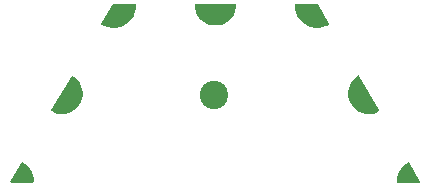
<source format=gbr>
G04 EAGLE Gerber X2 export*
%TF.Part,Single*%
%TF.FileFunction,Soldermask,Top,1*%
%TF.FilePolarity,Negative*%
%TF.GenerationSoftware,Autodesk,EAGLE,8.7.1*%
%TF.CreationDate,2018-07-15T20:13:20Z*%
G75*
%MOMM*%
%FSLAX34Y34*%
%LPD*%
%AMOC8*
5,1,8,0,0,1.08239X$1,22.5*%
G01*
%ADD10C,2.401600*%
%ADD11C,1.101600*%

G36*
X347640Y478768D02*
X347640Y478768D01*
X347688Y478768D01*
X350457Y479230D01*
X350490Y479242D01*
X350537Y479250D01*
X353193Y480162D01*
X353223Y480179D01*
X353268Y480195D01*
X355738Y481531D01*
X355764Y481553D01*
X355807Y481576D01*
X358022Y483301D01*
X358045Y483327D01*
X358083Y483357D01*
X359985Y485422D01*
X360003Y485452D01*
X360035Y485487D01*
X361571Y487838D01*
X361584Y487870D01*
X361610Y487910D01*
X362738Y490482D01*
X362745Y490515D01*
X362765Y490560D01*
X363454Y493281D01*
X363456Y493316D01*
X363468Y493363D01*
X363700Y496161D01*
X363696Y496190D01*
X363701Y496219D01*
X363685Y496288D01*
X363676Y496358D01*
X363662Y496384D01*
X363655Y496412D01*
X363613Y496469D01*
X363578Y496531D01*
X363554Y496549D01*
X363537Y496572D01*
X363476Y496608D01*
X363419Y496651D01*
X363391Y496659D01*
X363366Y496674D01*
X363268Y496690D01*
X363227Y496701D01*
X363216Y496699D01*
X363202Y496701D01*
X329202Y496701D01*
X329173Y496695D01*
X329144Y496698D01*
X329077Y496676D01*
X329007Y496662D01*
X328983Y496645D01*
X328955Y496636D01*
X328902Y496589D01*
X328843Y496549D01*
X328828Y496525D01*
X328806Y496505D01*
X328774Y496441D01*
X328736Y496382D01*
X328731Y496353D01*
X328719Y496327D01*
X328710Y496227D01*
X328703Y496185D01*
X328706Y496175D01*
X328704Y496161D01*
X328936Y493363D01*
X328946Y493329D01*
X328950Y493281D01*
X329639Y490560D01*
X329654Y490528D01*
X329666Y490482D01*
X330794Y487910D01*
X330814Y487882D01*
X330833Y487838D01*
X332369Y485487D01*
X332393Y485463D01*
X332419Y485422D01*
X334321Y483357D01*
X334349Y483336D01*
X334382Y483301D01*
X336597Y481576D01*
X336628Y481561D01*
X336666Y481531D01*
X339136Y480195D01*
X339169Y480185D01*
X339211Y480162D01*
X341867Y479250D01*
X341901Y479246D01*
X341947Y479230D01*
X344716Y478768D01*
X344751Y478769D01*
X344798Y478761D01*
X347606Y478761D01*
X347640Y478768D01*
G37*
G36*
X476588Y403735D02*
X476588Y403735D01*
X476636Y403732D01*
X479424Y404042D01*
X479457Y404053D01*
X479505Y404058D01*
X482203Y404823D01*
X482233Y404839D01*
X482280Y404852D01*
X484815Y406051D01*
X484839Y406068D01*
X484866Y406078D01*
X484918Y406127D01*
X484975Y406170D01*
X484989Y406195D01*
X485011Y406215D01*
X485039Y406280D01*
X485075Y406342D01*
X485078Y406370D01*
X485090Y406397D01*
X485091Y406468D01*
X485100Y406539D01*
X485092Y406567D01*
X485092Y406596D01*
X485058Y406689D01*
X485046Y406730D01*
X485039Y406739D01*
X485034Y406752D01*
X468034Y436152D01*
X468015Y436174D01*
X468002Y436200D01*
X467949Y436248D01*
X467902Y436301D01*
X467876Y436313D01*
X467854Y436333D01*
X467787Y436356D01*
X467723Y436386D01*
X467694Y436388D01*
X467666Y436397D01*
X467595Y436392D01*
X467524Y436395D01*
X467497Y436385D01*
X467468Y436383D01*
X467378Y436341D01*
X467338Y436326D01*
X467330Y436318D01*
X467317Y436312D01*
X465014Y434713D01*
X464990Y434688D01*
X464950Y434660D01*
X462941Y432703D01*
X462922Y432674D01*
X462887Y432641D01*
X461228Y430380D01*
X461213Y430349D01*
X461184Y430310D01*
X459920Y427807D01*
X459911Y427773D01*
X459889Y427730D01*
X459053Y425053D01*
X459050Y425019D01*
X459035Y424973D01*
X458652Y422194D01*
X458654Y422160D01*
X458648Y422112D01*
X458727Y419309D01*
X458735Y419275D01*
X458736Y419227D01*
X459275Y416475D01*
X459289Y416443D01*
X459298Y416395D01*
X460283Y413770D01*
X460301Y413740D01*
X460318Y413695D01*
X461722Y411267D01*
X461745Y411241D01*
X461769Y411200D01*
X463553Y409036D01*
X463580Y409014D01*
X463611Y408977D01*
X465727Y407136D01*
X465757Y407119D01*
X465793Y407088D01*
X468184Y405620D01*
X468216Y405609D01*
X468257Y405583D01*
X470856Y404530D01*
X470890Y404523D01*
X470935Y404505D01*
X473672Y403894D01*
X473707Y403893D01*
X473754Y403882D01*
X476554Y403730D01*
X476588Y403735D01*
G37*
G36*
X218650Y403882D02*
X218650Y403882D01*
X218684Y403891D01*
X218732Y403894D01*
X221469Y404505D01*
X221501Y404519D01*
X221548Y404530D01*
X224147Y405583D01*
X224176Y405602D01*
X224220Y405620D01*
X226611Y407088D01*
X226636Y407111D01*
X226677Y407136D01*
X228793Y408977D01*
X228814Y409004D01*
X228851Y409036D01*
X230635Y411200D01*
X230651Y411230D01*
X230682Y411267D01*
X232086Y413695D01*
X232097Y413728D01*
X232121Y413770D01*
X233106Y416395D01*
X233112Y416430D01*
X233129Y416475D01*
X233668Y419227D01*
X233668Y419262D01*
X233677Y419309D01*
X233756Y422112D01*
X233751Y422146D01*
X233752Y422194D01*
X233369Y424973D01*
X233357Y425005D01*
X233351Y425053D01*
X232515Y427730D01*
X232498Y427761D01*
X232484Y427807D01*
X231220Y430310D01*
X231198Y430337D01*
X231176Y430380D01*
X229517Y432641D01*
X229491Y432664D01*
X229463Y432703D01*
X227454Y434660D01*
X227425Y434679D01*
X227390Y434713D01*
X225087Y436312D01*
X225060Y436324D01*
X225037Y436342D01*
X224969Y436363D01*
X224904Y436391D01*
X224875Y436391D01*
X224847Y436399D01*
X224776Y436391D01*
X224705Y436392D01*
X224678Y436381D01*
X224649Y436377D01*
X224587Y436343D01*
X224522Y436315D01*
X224501Y436294D01*
X224476Y436280D01*
X224413Y436204D01*
X224383Y436173D01*
X224379Y436163D01*
X224370Y436152D01*
X207370Y406752D01*
X207361Y406724D01*
X207344Y406700D01*
X207329Y406631D01*
X207307Y406563D01*
X207309Y406534D01*
X207303Y406506D01*
X207316Y406436D01*
X207322Y406365D01*
X207335Y406339D01*
X207341Y406311D01*
X207381Y406252D01*
X207413Y406189D01*
X207436Y406170D01*
X207452Y406146D01*
X207534Y406089D01*
X207567Y406062D01*
X207577Y406059D01*
X207589Y406051D01*
X210124Y404852D01*
X210158Y404844D01*
X210201Y404823D01*
X212899Y404058D01*
X212934Y404056D01*
X212980Y404042D01*
X215768Y403732D01*
X215802Y403735D01*
X215850Y403730D01*
X218650Y403882D01*
G37*
G36*
X433571Y476687D02*
X433571Y476687D01*
X433618Y476685D01*
X436656Y477050D01*
X436688Y477061D01*
X436734Y477066D01*
X439674Y477914D01*
X439704Y477930D01*
X439750Y477942D01*
X442516Y479251D01*
X442538Y479268D01*
X442565Y479278D01*
X442617Y479327D01*
X442675Y479370D01*
X442689Y479395D01*
X442710Y479414D01*
X442739Y479480D01*
X442775Y479542D01*
X442778Y479570D01*
X442790Y479596D01*
X442791Y479668D01*
X442800Y479739D01*
X442792Y479766D01*
X442793Y479795D01*
X442757Y479890D01*
X442746Y479930D01*
X442739Y479939D01*
X442735Y479951D01*
X433235Y496451D01*
X433183Y496510D01*
X433137Y496572D01*
X433118Y496583D01*
X433103Y496600D01*
X433033Y496634D01*
X432966Y496674D01*
X432942Y496678D01*
X432924Y496686D01*
X432879Y496688D01*
X432802Y496701D01*
X413802Y496701D01*
X413774Y496696D01*
X413746Y496698D01*
X413678Y496676D01*
X413607Y496662D01*
X413584Y496646D01*
X413557Y496637D01*
X413502Y496590D01*
X413443Y496549D01*
X413428Y496525D01*
X413407Y496507D01*
X413375Y496442D01*
X413336Y496382D01*
X413331Y496354D01*
X413319Y496328D01*
X413310Y496227D01*
X413303Y496185D01*
X413305Y496175D01*
X413304Y496162D01*
X413547Y493112D01*
X413556Y493080D01*
X413560Y493033D01*
X414288Y490061D01*
X414303Y490030D01*
X414314Y489985D01*
X415510Y487168D01*
X415529Y487140D01*
X415547Y487097D01*
X417179Y484509D01*
X417203Y484485D01*
X417227Y484445D01*
X419254Y482152D01*
X419281Y482132D01*
X419312Y482096D01*
X421680Y480158D01*
X421710Y480142D01*
X421746Y480113D01*
X424394Y478580D01*
X424426Y478569D01*
X424466Y478545D01*
X427326Y477457D01*
X427359Y477451D01*
X427403Y477434D01*
X430400Y476818D01*
X430434Y476818D01*
X430480Y476809D01*
X433537Y476682D01*
X433571Y476687D01*
G37*
G36*
X261924Y476809D02*
X261924Y476809D01*
X261957Y476817D01*
X262004Y476818D01*
X265001Y477434D01*
X265032Y477447D01*
X265078Y477457D01*
X267938Y478545D01*
X267967Y478563D01*
X268010Y478580D01*
X270658Y480113D01*
X270684Y480135D01*
X270725Y480158D01*
X273092Y482096D01*
X273114Y482123D01*
X273150Y482152D01*
X275177Y484445D01*
X275194Y484474D01*
X275225Y484509D01*
X276857Y487097D01*
X276869Y487129D01*
X276894Y487168D01*
X278090Y489985D01*
X278097Y490018D01*
X278116Y490061D01*
X278844Y493033D01*
X278846Y493067D01*
X278857Y493112D01*
X279100Y496162D01*
X279096Y496191D01*
X279101Y496219D01*
X279084Y496288D01*
X279076Y496360D01*
X279062Y496384D01*
X279055Y496412D01*
X279012Y496470D01*
X278977Y496532D01*
X278954Y496549D01*
X278937Y496572D01*
X278875Y496609D01*
X278818Y496652D01*
X278790Y496659D01*
X278766Y496674D01*
X278666Y496690D01*
X278625Y496701D01*
X278615Y496699D01*
X278602Y496701D01*
X259602Y496701D01*
X259526Y496686D01*
X259448Y496677D01*
X259429Y496666D01*
X259407Y496662D01*
X259343Y496618D01*
X259275Y496579D01*
X259259Y496560D01*
X259243Y496549D01*
X259219Y496511D01*
X259169Y496451D01*
X249669Y479951D01*
X249660Y479924D01*
X249644Y479900D01*
X249629Y479830D01*
X249606Y479762D01*
X249609Y479734D01*
X249603Y479706D01*
X249617Y479636D01*
X249622Y479564D01*
X249635Y479539D01*
X249641Y479511D01*
X249681Y479451D01*
X249714Y479388D01*
X249736Y479370D01*
X249752Y479346D01*
X249835Y479288D01*
X249867Y479261D01*
X249878Y479258D01*
X249889Y479251D01*
X252655Y477942D01*
X252688Y477934D01*
X252730Y477914D01*
X255670Y477066D01*
X255704Y477063D01*
X255748Y477050D01*
X258786Y476685D01*
X258820Y476688D01*
X258867Y476682D01*
X261924Y476809D01*
G37*
G36*
X519440Y345710D02*
X519440Y345710D01*
X519479Y345709D01*
X519537Y345730D01*
X519597Y345742D01*
X519629Y345764D01*
X519665Y345778D01*
X519710Y345820D01*
X519761Y345855D01*
X519782Y345887D01*
X519810Y345914D01*
X519835Y345971D01*
X519868Y346022D01*
X519874Y346061D01*
X519890Y346096D01*
X519891Y346158D01*
X519901Y346218D01*
X519892Y346256D01*
X519893Y346295D01*
X519865Y346368D01*
X519855Y346412D01*
X519843Y346428D01*
X519835Y346451D01*
X510335Y362951D01*
X510316Y362973D01*
X510303Y362999D01*
X510255Y363043D01*
X510251Y363047D01*
X510248Y363049D01*
X510203Y363100D01*
X510177Y363113D01*
X510156Y363132D01*
X510088Y363155D01*
X510024Y363186D01*
X509995Y363188D01*
X509968Y363197D01*
X509897Y363192D01*
X509825Y363195D01*
X509798Y363185D01*
X509769Y363183D01*
X509679Y363141D01*
X509639Y363126D01*
X509631Y363119D01*
X509618Y363113D01*
X507284Y361502D01*
X507262Y361479D01*
X507226Y361455D01*
X505157Y359514D01*
X505138Y359488D01*
X505106Y359459D01*
X503350Y357231D01*
X503336Y357203D01*
X503308Y357169D01*
X501904Y354705D01*
X501894Y354674D01*
X501872Y354637D01*
X500850Y351991D01*
X500845Y351959D01*
X500829Y351919D01*
X500213Y349150D01*
X500212Y349119D01*
X500202Y349077D01*
X500006Y346247D01*
X500009Y346221D01*
X500005Y346196D01*
X500022Y346123D01*
X500032Y346049D01*
X500045Y346027D01*
X500051Y346002D01*
X500095Y345942D01*
X500133Y345878D01*
X500153Y345863D01*
X500169Y345842D01*
X500233Y345804D01*
X500293Y345760D01*
X500318Y345754D01*
X500340Y345741D01*
X500448Y345722D01*
X500486Y345713D01*
X500494Y345714D01*
X500504Y345713D01*
X519402Y345703D01*
X519440Y345710D01*
G37*
G36*
X191900Y345713D02*
X191900Y345713D01*
X191925Y345718D01*
X191951Y345715D01*
X192022Y345738D01*
X192095Y345752D01*
X192116Y345767D01*
X192141Y345775D01*
X192198Y345823D01*
X192259Y345865D01*
X192273Y345887D01*
X192292Y345903D01*
X192326Y345970D01*
X192366Y346033D01*
X192370Y346058D01*
X192382Y346081D01*
X192393Y346191D01*
X192399Y346229D01*
X192397Y346237D01*
X192398Y346247D01*
X192202Y349077D01*
X192193Y349107D01*
X192191Y349150D01*
X191575Y351919D01*
X191562Y351949D01*
X191554Y351991D01*
X190532Y354637D01*
X190515Y354664D01*
X190500Y354705D01*
X189096Y357169D01*
X189075Y357193D01*
X189054Y357231D01*
X187298Y359459D01*
X187273Y359480D01*
X187247Y359514D01*
X185179Y361455D01*
X185151Y361472D01*
X185120Y361502D01*
X182786Y363113D01*
X182759Y363124D01*
X182737Y363143D01*
X182668Y363163D01*
X182603Y363191D01*
X182574Y363191D01*
X182546Y363199D01*
X182475Y363191D01*
X182404Y363192D01*
X182377Y363180D01*
X182348Y363177D01*
X182286Y363142D01*
X182221Y363114D01*
X182200Y363094D01*
X182175Y363079D01*
X182131Y363026D01*
X182129Y363024D01*
X182126Y363020D01*
X182111Y363002D01*
X182082Y362972D01*
X182078Y362962D01*
X182069Y362951D01*
X172569Y346451D01*
X172557Y346414D01*
X172536Y346381D01*
X172526Y346321D01*
X172506Y346262D01*
X172510Y346224D01*
X172503Y346185D01*
X172517Y346125D01*
X172522Y346064D01*
X172540Y346030D01*
X172549Y345992D01*
X172586Y345942D01*
X172614Y345888D01*
X172644Y345863D01*
X172667Y345832D01*
X172720Y345800D01*
X172767Y345761D01*
X172805Y345750D01*
X172838Y345730D01*
X172915Y345717D01*
X172958Y345705D01*
X172978Y345707D01*
X173002Y345703D01*
X191900Y345713D01*
G37*
D10*
X345186Y419608D03*
D11*
X428802Y489302D03*
X507846Y352806D03*
X184050Y352806D03*
X263602Y489302D03*
X470102Y417702D03*
X222302Y417702D03*
X346202Y489302D03*
M02*

</source>
